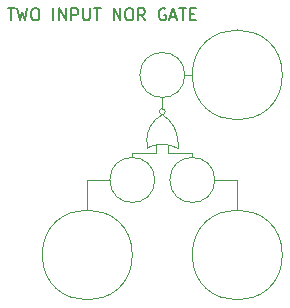
<source format=gbr>
%TF.GenerationSoftware,KiCad,Pcbnew,(5.1.9)-1*%
%TF.CreationDate,2021-03-02T22:38:48+00:00*%
%TF.ProjectId,NOR Front Panel,4e4f5220-4672-46f6-9e74-2050616e656c,rev?*%
%TF.SameCoordinates,Original*%
%TF.FileFunction,Legend,Top*%
%TF.FilePolarity,Positive*%
%FSLAX46Y46*%
G04 Gerber Fmt 4.6, Leading zero omitted, Abs format (unit mm)*
G04 Created by KiCad (PCBNEW (5.1.9)-1) date 2021-03-02 22:38:48*
%MOMM*%
%LPD*%
G01*
G04 APERTURE LIST*
%ADD10C,0.150000*%
%ADD11C,0.120000*%
G04 APERTURE END LIST*
D10*
X102490000Y-102322380D02*
X103061428Y-102322380D01*
X102775714Y-103322380D02*
X102775714Y-102322380D01*
X103299523Y-102322380D02*
X103537619Y-103322380D01*
X103728095Y-102608095D01*
X103918571Y-103322380D01*
X104156666Y-102322380D01*
X104728095Y-102322380D02*
X104918571Y-102322380D01*
X105013809Y-102370000D01*
X105109047Y-102465238D01*
X105156666Y-102655714D01*
X105156666Y-102989047D01*
X105109047Y-103179523D01*
X105013809Y-103274761D01*
X104918571Y-103322380D01*
X104728095Y-103322380D01*
X104632857Y-103274761D01*
X104537619Y-103179523D01*
X104490000Y-102989047D01*
X104490000Y-102655714D01*
X104537619Y-102465238D01*
X104632857Y-102370000D01*
X104728095Y-102322380D01*
X106347142Y-103322380D02*
X106347142Y-102322380D01*
X106823333Y-103322380D02*
X106823333Y-102322380D01*
X107394761Y-103322380D01*
X107394761Y-102322380D01*
X107870952Y-103322380D02*
X107870952Y-102322380D01*
X108251904Y-102322380D01*
X108347142Y-102370000D01*
X108394761Y-102417619D01*
X108442380Y-102512857D01*
X108442380Y-102655714D01*
X108394761Y-102750952D01*
X108347142Y-102798571D01*
X108251904Y-102846190D01*
X107870952Y-102846190D01*
X108870952Y-102322380D02*
X108870952Y-103131904D01*
X108918571Y-103227142D01*
X108966190Y-103274761D01*
X109061428Y-103322380D01*
X109251904Y-103322380D01*
X109347142Y-103274761D01*
X109394761Y-103227142D01*
X109442380Y-103131904D01*
X109442380Y-102322380D01*
X109775714Y-102322380D02*
X110347142Y-102322380D01*
X110061428Y-103322380D02*
X110061428Y-102322380D01*
X111442380Y-103322380D02*
X111442380Y-102322380D01*
X112013809Y-103322380D01*
X112013809Y-102322380D01*
X112680476Y-102322380D02*
X112870952Y-102322380D01*
X112966190Y-102370000D01*
X113061428Y-102465238D01*
X113109047Y-102655714D01*
X113109047Y-102989047D01*
X113061428Y-103179523D01*
X112966190Y-103274761D01*
X112870952Y-103322380D01*
X112680476Y-103322380D01*
X112585238Y-103274761D01*
X112490000Y-103179523D01*
X112442380Y-102989047D01*
X112442380Y-102655714D01*
X112490000Y-102465238D01*
X112585238Y-102370000D01*
X112680476Y-102322380D01*
X114109047Y-103322380D02*
X113775714Y-102846190D01*
X113537619Y-103322380D02*
X113537619Y-102322380D01*
X113918571Y-102322380D01*
X114013809Y-102370000D01*
X114061428Y-102417619D01*
X114109047Y-102512857D01*
X114109047Y-102655714D01*
X114061428Y-102750952D01*
X114013809Y-102798571D01*
X113918571Y-102846190D01*
X113537619Y-102846190D01*
X115823333Y-102370000D02*
X115728095Y-102322380D01*
X115585238Y-102322380D01*
X115442380Y-102370000D01*
X115347142Y-102465238D01*
X115299523Y-102560476D01*
X115251904Y-102750952D01*
X115251904Y-102893809D01*
X115299523Y-103084285D01*
X115347142Y-103179523D01*
X115442380Y-103274761D01*
X115585238Y-103322380D01*
X115680476Y-103322380D01*
X115823333Y-103274761D01*
X115870952Y-103227142D01*
X115870952Y-102893809D01*
X115680476Y-102893809D01*
X116251904Y-103036666D02*
X116728095Y-103036666D01*
X116156666Y-103322380D02*
X116490000Y-102322380D01*
X116823333Y-103322380D01*
X117013809Y-102322380D02*
X117585238Y-102322380D01*
X117299523Y-103322380D02*
X117299523Y-102322380D01*
X117918571Y-102798571D02*
X118251904Y-102798571D01*
X118394761Y-103322380D02*
X117918571Y-103322380D01*
X117918571Y-102322380D01*
X118394761Y-102322380D01*
D11*
X115570000Y-109855000D02*
X115570000Y-110796878D01*
X116078000Y-114554000D02*
X116078000Y-113893600D01*
X118110000Y-114554000D02*
X116078000Y-114554000D01*
X118110000Y-114935000D02*
X118110000Y-114554000D01*
X115062000Y-114554000D02*
X115062000Y-113893600D01*
X114808000Y-114554000D02*
X115062000Y-114554000D01*
X113030000Y-114554000D02*
X114808000Y-114554000D01*
X113030000Y-114935000D02*
X113030000Y-114554000D01*
X114246772Y-114138917D02*
X114246772Y-113610861D01*
X116881184Y-114133091D02*
X116881184Y-113610861D01*
X114246772Y-113610861D02*
G75*
G02*
X115570197Y-111312806I2468087J108756D01*
G01*
X114246772Y-114138917D02*
G75*
G02*
X116881184Y-114154612I1302250J-2518203D01*
G01*
X115819488Y-111050882D02*
G75*
G03*
X115819488Y-111050882I-254005J0D01*
G01*
X115565484Y-111304885D02*
G75*
G02*
X116881196Y-113610861I-1365972J-2307717D01*
G01*
X117475000Y-107950000D02*
X118110000Y-107950000D01*
X117475000Y-107950000D02*
G75*
G03*
X117475000Y-107950000I-1905000J0D01*
G01*
X121920000Y-116840000D02*
X120015000Y-116840000D01*
X121920000Y-119380000D02*
X121920000Y-116840000D01*
X109220000Y-116840000D02*
X111125000Y-116840000D01*
X109220000Y-119380000D02*
X109220000Y-116840000D01*
X120015000Y-116840000D02*
G75*
G03*
X120015000Y-116840000I-1905000J0D01*
G01*
X114935000Y-116840000D02*
G75*
G03*
X114935000Y-116840000I-1905000J0D01*
G01*
X125730000Y-107950000D02*
G75*
G03*
X125730000Y-107950000I-3810000J0D01*
G01*
X125730000Y-123190000D02*
G75*
G03*
X125730000Y-123190000I-3810000J0D01*
G01*
X113030000Y-123190000D02*
G75*
G03*
X113030000Y-123190000I-3810000J0D01*
G01*
M02*

</source>
